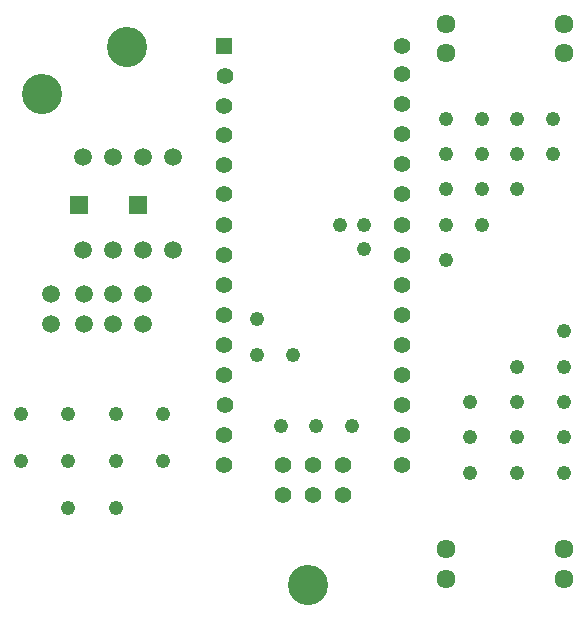
<source format=gbs>
G75*
%MOIN*%
%OFA0B0*%
%FSLAX25Y25*%
%IPPOS*%
%LPD*%
%AMOC8*
5,1,8,0,0,1.08239X$1,22.5*
%
%ADD10C,0.13398*%
%ADD11R,0.05950X0.05950*%
%ADD12R,0.05556X0.05556*%
%ADD13C,0.05556*%
%ADD14C,0.05950*%
%ADD15C,0.06343*%
%ADD16C,0.04762*%
D10*
X0113217Y0027391D03*
X0024635Y0191170D03*
X0052981Y0206918D03*
D11*
X0056485Y0154083D03*
X0036800Y0154083D03*
D12*
X0085304Y0207115D03*
D13*
X0085343Y0197076D03*
X0085304Y0187194D03*
X0085304Y0177587D03*
X0085304Y0167587D03*
X0085304Y0157627D03*
X0085265Y0147587D03*
X0085304Y0137587D03*
X0085265Y0127587D03*
X0085265Y0117548D03*
X0085225Y0107509D03*
X0085304Y0097469D03*
X0085343Y0087430D03*
X0085304Y0077391D03*
X0085304Y0067351D03*
X0104989Y0067351D03*
X0104989Y0057509D03*
X0114831Y0057509D03*
X0114831Y0067351D03*
X0124674Y0067351D03*
X0124674Y0057509D03*
X0144359Y0067391D03*
X0144398Y0077391D03*
X0144359Y0087391D03*
X0144359Y0097391D03*
X0144359Y0107391D03*
X0144359Y0117430D03*
X0144359Y0127469D03*
X0144359Y0137509D03*
X0144398Y0147548D03*
X0144398Y0157627D03*
X0144398Y0167666D03*
X0144359Y0177666D03*
X0144438Y0187745D03*
X0144398Y0197706D03*
X0144359Y0207115D03*
D14*
X0068060Y0170146D03*
X0058060Y0170186D03*
X0048060Y0170186D03*
X0038060Y0170107D03*
X0038099Y0139044D03*
X0048099Y0139005D03*
X0058099Y0139005D03*
X0068099Y0139083D03*
X0058296Y0124595D03*
X0058257Y0114438D03*
X0048178Y0114398D03*
X0038375Y0114398D03*
X0038414Y0124517D03*
X0048178Y0124595D03*
X0027666Y0124556D03*
X0027666Y0114438D03*
D15*
X0159044Y0039359D03*
X0159044Y0029517D03*
X0198414Y0029517D03*
X0198414Y0039359D03*
X0198414Y0204713D03*
X0198414Y0214556D03*
X0159044Y0214556D03*
X0159044Y0204713D03*
D16*
X0033296Y0052981D03*
X0049044Y0052981D03*
X0049044Y0068729D03*
X0033296Y0068729D03*
X0017548Y0068729D03*
X0017548Y0084477D03*
X0033296Y0084477D03*
X0049044Y0084477D03*
X0064792Y0084477D03*
X0064792Y0068729D03*
X0096288Y0104162D03*
X0096288Y0115973D03*
X0108099Y0104162D03*
X0104162Y0080540D03*
X0115973Y0080540D03*
X0127784Y0080540D03*
X0167154Y0076603D03*
X0167154Y0064792D03*
X0182902Y0064792D03*
X0182902Y0076603D03*
X0182902Y0088414D03*
X0182902Y0100225D03*
X0198650Y0100225D03*
X0198650Y0088414D03*
X0198650Y0076603D03*
X0198650Y0064792D03*
X0167154Y0088414D03*
X0198650Y0112036D03*
X0171091Y0147469D03*
X0159280Y0147469D03*
X0159280Y0135658D03*
X0159280Y0159280D03*
X0171091Y0159280D03*
X0182902Y0159280D03*
X0182902Y0171091D03*
X0171091Y0171091D03*
X0159280Y0171091D03*
X0159280Y0182902D03*
X0171091Y0182902D03*
X0182902Y0182902D03*
X0194713Y0182902D03*
X0194713Y0171091D03*
X0131721Y0147469D03*
X0131721Y0139595D03*
X0123847Y0147469D03*
M02*

</source>
